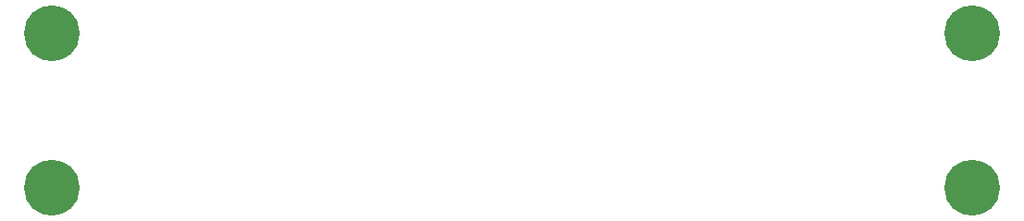
<source format=gts>
G04 #@! TF.GenerationSoftware,KiCad,Pcbnew,(5.1.8)-1*
G04 #@! TF.CreationDate,2022-11-12T23:31:27+01:00*
G04 #@! TF.ProjectId,RetroPanel FP2,52657472-6f50-4616-9e65-6c204650322e,rev?*
G04 #@! TF.SameCoordinates,Original*
G04 #@! TF.FileFunction,Soldermask,Top*
G04 #@! TF.FilePolarity,Negative*
%FSLAX46Y46*%
G04 Gerber Fmt 4.6, Leading zero omitted, Abs format (unit mm)*
G04 Created by KiCad (PCBNEW (5.1.8)-1) date 2022-11-12 23:31:27*
%MOMM*%
%LPD*%
G01*
G04 APERTURE LIST*
%ADD10C,5.100000*%
G04 APERTURE END LIST*
D10*
X108687500Y-82575000D03*
X108687500Y-96725000D03*
X192812500Y-96725000D03*
X192812500Y-82575000D03*
M02*

</source>
